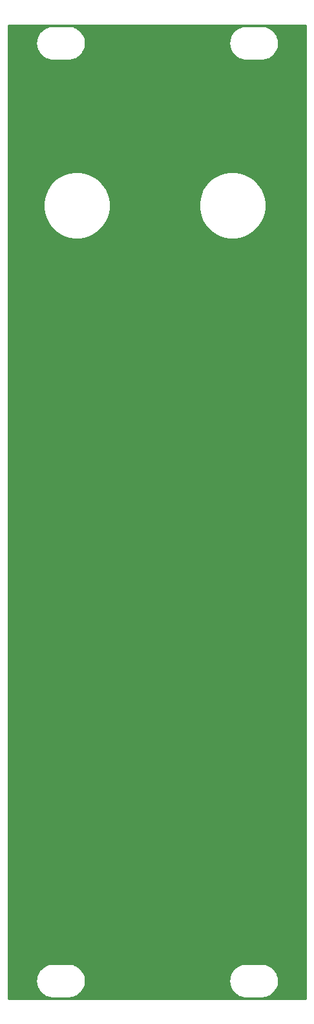
<source format=gbr>
G04 #@! TF.GenerationSoftware,KiCad,Pcbnew,(5.1.5-0)*
G04 #@! TF.CreationDate,2021-01-11T19:42:11-08:00*
G04 #@! TF.ProjectId,squidaxon,73717569-6461-4786-9f6e-2e6b69636164,rev?*
G04 #@! TF.SameCoordinates,Original*
G04 #@! TF.FileFunction,Copper,L2,Bot*
G04 #@! TF.FilePolarity,Positive*
%FSLAX46Y46*%
G04 Gerber Fmt 4.6, Leading zero omitted, Abs format (unit mm)*
G04 Created by KiCad (PCBNEW (5.1.5-0)) date 2021-01-11 19:42:11*
%MOMM*%
%LPD*%
G04 APERTURE LIST*
%ADD10C,6.100000*%
%ADD11C,0.254000*%
G04 APERTURE END LIST*
D10*
X35200000Y-98700000D03*
X5200000Y-83200000D03*
X35200000Y-83200000D03*
X25200000Y-83200000D03*
X15200000Y-83200000D03*
X5200000Y-98700000D03*
X25200000Y-98700000D03*
X15200000Y-98700000D03*
D11*
G36*
X39640001Y-127840000D02*
G01*
X660000Y-127840000D01*
X660000Y-125451353D01*
X4242755Y-125451353D01*
X4243173Y-125511171D01*
X4242755Y-125570988D01*
X4243655Y-125580160D01*
X4276296Y-125890715D01*
X4288320Y-125949291D01*
X4299532Y-126008070D01*
X4302196Y-126016892D01*
X4394535Y-126315192D01*
X4417715Y-126370335D01*
X4440124Y-126425800D01*
X4444451Y-126433937D01*
X4592972Y-126708621D01*
X4626417Y-126758205D01*
X4659177Y-126808268D01*
X4665001Y-126815409D01*
X4864047Y-127056013D01*
X4906482Y-127098154D01*
X4948346Y-127140903D01*
X4955446Y-127146777D01*
X5197435Y-127344138D01*
X5247259Y-127377241D01*
X5296615Y-127411036D01*
X5304721Y-127415419D01*
X5580435Y-127562019D01*
X5635704Y-127584799D01*
X5690724Y-127608381D01*
X5699527Y-127611105D01*
X5998465Y-127701359D01*
X6057138Y-127712976D01*
X6115655Y-127725415D01*
X6124820Y-127726378D01*
X6435594Y-127756850D01*
X6435598Y-127756850D01*
X6467581Y-127760000D01*
X8532419Y-127760000D01*
X8565986Y-127756694D01*
X8586744Y-127756694D01*
X8595909Y-127755731D01*
X8906228Y-127720923D01*
X8964731Y-127708487D01*
X9023419Y-127696867D01*
X9032222Y-127694142D01*
X9329870Y-127599723D01*
X9384792Y-127576183D01*
X9440159Y-127553363D01*
X9448265Y-127548979D01*
X9721904Y-127398544D01*
X9771217Y-127364779D01*
X9821088Y-127331645D01*
X9828188Y-127325770D01*
X10067397Y-127125049D01*
X10109241Y-127082320D01*
X10151694Y-127040162D01*
X10157519Y-127033020D01*
X10353185Y-126789660D01*
X10385938Y-126739608D01*
X10419391Y-126690013D01*
X10423714Y-126681881D01*
X10423717Y-126681877D01*
X10423719Y-126681873D01*
X10568388Y-126405146D01*
X10590785Y-126349711D01*
X10613978Y-126294539D01*
X10616641Y-126285717D01*
X10704807Y-125986156D01*
X10716007Y-125927440D01*
X10728045Y-125868798D01*
X10728944Y-125859627D01*
X10757245Y-125548647D01*
X10756827Y-125488830D01*
X10757088Y-125451353D01*
X29542755Y-125451353D01*
X29543173Y-125511171D01*
X29542755Y-125570988D01*
X29543655Y-125580160D01*
X29576296Y-125890715D01*
X29588320Y-125949291D01*
X29599532Y-126008070D01*
X29602196Y-126016892D01*
X29694535Y-126315192D01*
X29717715Y-126370335D01*
X29740124Y-126425800D01*
X29744451Y-126433937D01*
X29892972Y-126708621D01*
X29926417Y-126758205D01*
X29959177Y-126808268D01*
X29965001Y-126815409D01*
X30164047Y-127056013D01*
X30206482Y-127098154D01*
X30248346Y-127140903D01*
X30255446Y-127146777D01*
X30497435Y-127344138D01*
X30547259Y-127377241D01*
X30596615Y-127411036D01*
X30604721Y-127415419D01*
X30880435Y-127562019D01*
X30935704Y-127584799D01*
X30990724Y-127608381D01*
X30999527Y-127611105D01*
X31298465Y-127701359D01*
X31357138Y-127712976D01*
X31415655Y-127725415D01*
X31424820Y-127726378D01*
X31735594Y-127756850D01*
X31735598Y-127756850D01*
X31767581Y-127760000D01*
X33832419Y-127760000D01*
X33865986Y-127756694D01*
X33886744Y-127756694D01*
X33895909Y-127755731D01*
X34206228Y-127720923D01*
X34264731Y-127708487D01*
X34323419Y-127696867D01*
X34332222Y-127694142D01*
X34629870Y-127599723D01*
X34684792Y-127576183D01*
X34740159Y-127553363D01*
X34748265Y-127548979D01*
X35021904Y-127398544D01*
X35071217Y-127364779D01*
X35121088Y-127331645D01*
X35128188Y-127325770D01*
X35367397Y-127125049D01*
X35409241Y-127082320D01*
X35451694Y-127040162D01*
X35457519Y-127033020D01*
X35653185Y-126789660D01*
X35685938Y-126739608D01*
X35719391Y-126690013D01*
X35723714Y-126681881D01*
X35723717Y-126681877D01*
X35723719Y-126681873D01*
X35868388Y-126405146D01*
X35890785Y-126349711D01*
X35913978Y-126294539D01*
X35916641Y-126285717D01*
X36004807Y-125986156D01*
X36016007Y-125927440D01*
X36028045Y-125868798D01*
X36028944Y-125859627D01*
X36057245Y-125548647D01*
X36056827Y-125488829D01*
X36057245Y-125429012D01*
X36056345Y-125419841D01*
X36023704Y-125109285D01*
X36011680Y-125050709D01*
X36000468Y-124991930D01*
X35997804Y-124983108D01*
X35905465Y-124684808D01*
X35882280Y-124629653D01*
X35859876Y-124574200D01*
X35855549Y-124566064D01*
X35855549Y-124566063D01*
X35855546Y-124566059D01*
X35707028Y-124291379D01*
X35673583Y-124241795D01*
X35640823Y-124191732D01*
X35634999Y-124184591D01*
X35435954Y-123943987D01*
X35393535Y-123901863D01*
X35351655Y-123859097D01*
X35344554Y-123853223D01*
X35102565Y-123655862D01*
X35052741Y-123622759D01*
X35003385Y-123588964D01*
X34995279Y-123584581D01*
X34719566Y-123437981D01*
X34664269Y-123415189D01*
X34609275Y-123391619D01*
X34600472Y-123388895D01*
X34301535Y-123298641D01*
X34242862Y-123287024D01*
X34184345Y-123274585D01*
X34175180Y-123273622D01*
X33864405Y-123243150D01*
X33864402Y-123243150D01*
X33832419Y-123240000D01*
X31767581Y-123240000D01*
X31734014Y-123243306D01*
X31713256Y-123243306D01*
X31704091Y-123244269D01*
X31393771Y-123279077D01*
X31335298Y-123291506D01*
X31276581Y-123303132D01*
X31267778Y-123305858D01*
X30970130Y-123400277D01*
X30915147Y-123423843D01*
X30859841Y-123446638D01*
X30851735Y-123451021D01*
X30578095Y-123601456D01*
X30528748Y-123635245D01*
X30478913Y-123668355D01*
X30471812Y-123674229D01*
X30232603Y-123874951D01*
X30190759Y-123917681D01*
X30148305Y-123959839D01*
X30142481Y-123966980D01*
X29946814Y-124210340D01*
X29914055Y-124260400D01*
X29880609Y-124309986D01*
X29876283Y-124318123D01*
X29731612Y-124594854D01*
X29709215Y-124650289D01*
X29686022Y-124705461D01*
X29683359Y-124714283D01*
X29595193Y-125013844D01*
X29583993Y-125072560D01*
X29571955Y-125131202D01*
X29571056Y-125140373D01*
X29542755Y-125451353D01*
X10757088Y-125451353D01*
X10757245Y-125429012D01*
X10756345Y-125419841D01*
X10723704Y-125109285D01*
X10711680Y-125050709D01*
X10700468Y-124991930D01*
X10697804Y-124983108D01*
X10605465Y-124684808D01*
X10582280Y-124629653D01*
X10559876Y-124574200D01*
X10555549Y-124566064D01*
X10555549Y-124566063D01*
X10555546Y-124566059D01*
X10407028Y-124291379D01*
X10373583Y-124241795D01*
X10340823Y-124191732D01*
X10334999Y-124184591D01*
X10135954Y-123943987D01*
X10093535Y-123901863D01*
X10051655Y-123859097D01*
X10044554Y-123853223D01*
X9802565Y-123655862D01*
X9752741Y-123622759D01*
X9703385Y-123588964D01*
X9695279Y-123584581D01*
X9419566Y-123437981D01*
X9364269Y-123415189D01*
X9309275Y-123391619D01*
X9300472Y-123388895D01*
X9001535Y-123298641D01*
X8942862Y-123287024D01*
X8884345Y-123274585D01*
X8875180Y-123273622D01*
X8564405Y-123243150D01*
X8564402Y-123243150D01*
X8532419Y-123240000D01*
X6467581Y-123240000D01*
X6434014Y-123243306D01*
X6413256Y-123243306D01*
X6404091Y-123244269D01*
X6093771Y-123279077D01*
X6035298Y-123291506D01*
X5976581Y-123303132D01*
X5967778Y-123305858D01*
X5670130Y-123400277D01*
X5615147Y-123423843D01*
X5559841Y-123446638D01*
X5551735Y-123451021D01*
X5278095Y-123601456D01*
X5228748Y-123635245D01*
X5178913Y-123668355D01*
X5171812Y-123674229D01*
X4932603Y-123874951D01*
X4890759Y-123917681D01*
X4848305Y-123959839D01*
X4842481Y-123966980D01*
X4646814Y-124210340D01*
X4614055Y-124260400D01*
X4580609Y-124309986D01*
X4576283Y-124318123D01*
X4431612Y-124594854D01*
X4409215Y-124650289D01*
X4386022Y-124705461D01*
X4383359Y-124714283D01*
X4295193Y-125013844D01*
X4283993Y-125072560D01*
X4271955Y-125131202D01*
X4271056Y-125140373D01*
X4242755Y-125451353D01*
X660000Y-125451353D01*
X660000Y-23765784D01*
X5191332Y-23765784D01*
X5191332Y-24634216D01*
X5360754Y-25485961D01*
X5693089Y-26288288D01*
X6175564Y-27010362D01*
X6789638Y-27624436D01*
X7511712Y-28106911D01*
X8314039Y-28439246D01*
X9165784Y-28608668D01*
X10034216Y-28608668D01*
X10885961Y-28439246D01*
X11688288Y-28106911D01*
X12410362Y-27624436D01*
X13024436Y-27010362D01*
X13506911Y-26288288D01*
X13839246Y-25485961D01*
X14008668Y-24634216D01*
X14008668Y-23765784D01*
X25591332Y-23765784D01*
X25591332Y-24634216D01*
X25760754Y-25485961D01*
X26093089Y-26288288D01*
X26575564Y-27010362D01*
X27189638Y-27624436D01*
X27911712Y-28106911D01*
X28714039Y-28439246D01*
X29565784Y-28608668D01*
X30434216Y-28608668D01*
X31285961Y-28439246D01*
X32088288Y-28106911D01*
X32810362Y-27624436D01*
X33424436Y-27010362D01*
X33906911Y-26288288D01*
X34239246Y-25485961D01*
X34408668Y-24634216D01*
X34408668Y-23765784D01*
X34239246Y-22914039D01*
X33906911Y-22111712D01*
X33424436Y-21389638D01*
X32810362Y-20775564D01*
X32088288Y-20293089D01*
X31285961Y-19960754D01*
X30434216Y-19791332D01*
X29565784Y-19791332D01*
X28714039Y-19960754D01*
X27911712Y-20293089D01*
X27189638Y-20775564D01*
X26575564Y-21389638D01*
X26093089Y-22111712D01*
X25760754Y-22914039D01*
X25591332Y-23765784D01*
X14008668Y-23765784D01*
X13839246Y-22914039D01*
X13506911Y-22111712D01*
X13024436Y-21389638D01*
X12410362Y-20775564D01*
X11688288Y-20293089D01*
X10885961Y-19960754D01*
X10034216Y-19791332D01*
X9165784Y-19791332D01*
X8314039Y-19960754D01*
X7511712Y-20293089D01*
X6789638Y-20775564D01*
X6175564Y-21389638D01*
X5693089Y-22111712D01*
X5360754Y-22914039D01*
X5191332Y-23765784D01*
X660000Y-23765784D01*
X660000Y-2951353D01*
X4242755Y-2951353D01*
X4243173Y-3011171D01*
X4242755Y-3070988D01*
X4243655Y-3080160D01*
X4276296Y-3390715D01*
X4288320Y-3449291D01*
X4299532Y-3508070D01*
X4302196Y-3516892D01*
X4394535Y-3815192D01*
X4417715Y-3870335D01*
X4440124Y-3925800D01*
X4444451Y-3933937D01*
X4592972Y-4208621D01*
X4626417Y-4258205D01*
X4659177Y-4308268D01*
X4665001Y-4315409D01*
X4864047Y-4556013D01*
X4906482Y-4598154D01*
X4948346Y-4640903D01*
X4955446Y-4646777D01*
X5197435Y-4844138D01*
X5247259Y-4877241D01*
X5296615Y-4911036D01*
X5304721Y-4915419D01*
X5580435Y-5062019D01*
X5635704Y-5084799D01*
X5690724Y-5108381D01*
X5699527Y-5111105D01*
X5998465Y-5201359D01*
X6057138Y-5212976D01*
X6115655Y-5225415D01*
X6124820Y-5226378D01*
X6435594Y-5256850D01*
X6435598Y-5256850D01*
X6467581Y-5260000D01*
X8532419Y-5260000D01*
X8565986Y-5256694D01*
X8586744Y-5256694D01*
X8595909Y-5255731D01*
X8906228Y-5220923D01*
X8964731Y-5208487D01*
X9023419Y-5196867D01*
X9032222Y-5194142D01*
X9329870Y-5099723D01*
X9384792Y-5076183D01*
X9440159Y-5053363D01*
X9448265Y-5048979D01*
X9721904Y-4898544D01*
X9771217Y-4864779D01*
X9821088Y-4831645D01*
X9828188Y-4825770D01*
X10067397Y-4625049D01*
X10109241Y-4582320D01*
X10151694Y-4540162D01*
X10157519Y-4533020D01*
X10353185Y-4289660D01*
X10385938Y-4239608D01*
X10419391Y-4190013D01*
X10423714Y-4181881D01*
X10423717Y-4181877D01*
X10423719Y-4181873D01*
X10568388Y-3905146D01*
X10590785Y-3849711D01*
X10613978Y-3794539D01*
X10616641Y-3785717D01*
X10704807Y-3486156D01*
X10716007Y-3427440D01*
X10728045Y-3368798D01*
X10728944Y-3359627D01*
X10757245Y-3048647D01*
X10756827Y-2988830D01*
X10757088Y-2951353D01*
X29542755Y-2951353D01*
X29543173Y-3011171D01*
X29542755Y-3070988D01*
X29543655Y-3080160D01*
X29576296Y-3390715D01*
X29588320Y-3449291D01*
X29599532Y-3508070D01*
X29602196Y-3516892D01*
X29694535Y-3815192D01*
X29717715Y-3870335D01*
X29740124Y-3925800D01*
X29744451Y-3933937D01*
X29892972Y-4208621D01*
X29926417Y-4258205D01*
X29959177Y-4308268D01*
X29965001Y-4315409D01*
X30164047Y-4556013D01*
X30206482Y-4598154D01*
X30248346Y-4640903D01*
X30255446Y-4646777D01*
X30497435Y-4844138D01*
X30547259Y-4877241D01*
X30596615Y-4911036D01*
X30604721Y-4915419D01*
X30880435Y-5062019D01*
X30935704Y-5084799D01*
X30990724Y-5108381D01*
X30999527Y-5111105D01*
X31298465Y-5201359D01*
X31357138Y-5212976D01*
X31415655Y-5225415D01*
X31424820Y-5226378D01*
X31735594Y-5256850D01*
X31735598Y-5256850D01*
X31767581Y-5260000D01*
X33832419Y-5260000D01*
X33865986Y-5256694D01*
X33886744Y-5256694D01*
X33895909Y-5255731D01*
X34206228Y-5220923D01*
X34264731Y-5208487D01*
X34323419Y-5196867D01*
X34332222Y-5194142D01*
X34629870Y-5099723D01*
X34684792Y-5076183D01*
X34740159Y-5053363D01*
X34748265Y-5048979D01*
X35021904Y-4898544D01*
X35071217Y-4864779D01*
X35121088Y-4831645D01*
X35128188Y-4825770D01*
X35367397Y-4625049D01*
X35409241Y-4582320D01*
X35451694Y-4540162D01*
X35457519Y-4533020D01*
X35653185Y-4289660D01*
X35685938Y-4239608D01*
X35719391Y-4190013D01*
X35723714Y-4181881D01*
X35723717Y-4181877D01*
X35723719Y-4181873D01*
X35868388Y-3905146D01*
X35890785Y-3849711D01*
X35913978Y-3794539D01*
X35916641Y-3785717D01*
X36004807Y-3486156D01*
X36016007Y-3427440D01*
X36028045Y-3368798D01*
X36028944Y-3359627D01*
X36057245Y-3048647D01*
X36056827Y-2988829D01*
X36057245Y-2929012D01*
X36056345Y-2919841D01*
X36023704Y-2609285D01*
X36011680Y-2550709D01*
X36000468Y-2491930D01*
X35997804Y-2483108D01*
X35905465Y-2184808D01*
X35882280Y-2129653D01*
X35859876Y-2074200D01*
X35855549Y-2066064D01*
X35855549Y-2066063D01*
X35855546Y-2066059D01*
X35707028Y-1791379D01*
X35673583Y-1741795D01*
X35640823Y-1691732D01*
X35634999Y-1684591D01*
X35435954Y-1443987D01*
X35393535Y-1401863D01*
X35351655Y-1359097D01*
X35344554Y-1353223D01*
X35102565Y-1155862D01*
X35052741Y-1122759D01*
X35003385Y-1088964D01*
X34995279Y-1084581D01*
X34719566Y-937981D01*
X34664269Y-915189D01*
X34609275Y-891619D01*
X34600472Y-888895D01*
X34301535Y-798641D01*
X34242862Y-787024D01*
X34184345Y-774585D01*
X34175180Y-773622D01*
X33864405Y-743150D01*
X33864402Y-743150D01*
X33832419Y-740000D01*
X31767581Y-740000D01*
X31734014Y-743306D01*
X31713256Y-743306D01*
X31704091Y-744269D01*
X31393771Y-779077D01*
X31335298Y-791506D01*
X31276581Y-803132D01*
X31267778Y-805858D01*
X30970130Y-900277D01*
X30915147Y-923843D01*
X30859841Y-946638D01*
X30851735Y-951021D01*
X30578095Y-1101456D01*
X30528748Y-1135245D01*
X30478913Y-1168355D01*
X30471812Y-1174229D01*
X30232603Y-1374951D01*
X30190759Y-1417681D01*
X30148305Y-1459839D01*
X30142481Y-1466980D01*
X29946814Y-1710340D01*
X29914055Y-1760400D01*
X29880609Y-1809986D01*
X29876283Y-1818123D01*
X29731612Y-2094854D01*
X29709215Y-2150289D01*
X29686022Y-2205461D01*
X29683359Y-2214283D01*
X29595193Y-2513844D01*
X29583993Y-2572560D01*
X29571955Y-2631202D01*
X29571056Y-2640373D01*
X29542755Y-2951353D01*
X10757088Y-2951353D01*
X10757245Y-2929012D01*
X10756345Y-2919841D01*
X10723704Y-2609285D01*
X10711680Y-2550709D01*
X10700468Y-2491930D01*
X10697804Y-2483108D01*
X10605465Y-2184808D01*
X10582280Y-2129653D01*
X10559876Y-2074200D01*
X10555549Y-2066064D01*
X10555549Y-2066063D01*
X10555546Y-2066059D01*
X10407028Y-1791379D01*
X10373583Y-1741795D01*
X10340823Y-1691732D01*
X10334999Y-1684591D01*
X10135954Y-1443987D01*
X10093535Y-1401863D01*
X10051655Y-1359097D01*
X10044554Y-1353223D01*
X9802565Y-1155862D01*
X9752741Y-1122759D01*
X9703385Y-1088964D01*
X9695279Y-1084581D01*
X9419566Y-937981D01*
X9364269Y-915189D01*
X9309275Y-891619D01*
X9300472Y-888895D01*
X9001535Y-798641D01*
X8942862Y-787024D01*
X8884345Y-774585D01*
X8875180Y-773622D01*
X8564405Y-743150D01*
X8564402Y-743150D01*
X8532419Y-740000D01*
X6467581Y-740000D01*
X6434014Y-743306D01*
X6413256Y-743306D01*
X6404091Y-744269D01*
X6093771Y-779077D01*
X6035298Y-791506D01*
X5976581Y-803132D01*
X5967778Y-805858D01*
X5670130Y-900277D01*
X5615147Y-923843D01*
X5559841Y-946638D01*
X5551735Y-951021D01*
X5278095Y-1101456D01*
X5228748Y-1135245D01*
X5178913Y-1168355D01*
X5171812Y-1174229D01*
X4932603Y-1374951D01*
X4890759Y-1417681D01*
X4848305Y-1459839D01*
X4842481Y-1466980D01*
X4646814Y-1710340D01*
X4614055Y-1760400D01*
X4580609Y-1809986D01*
X4576283Y-1818123D01*
X4431612Y-2094854D01*
X4409215Y-2150289D01*
X4386022Y-2205461D01*
X4383359Y-2214283D01*
X4295193Y-2513844D01*
X4283993Y-2572560D01*
X4271955Y-2631202D01*
X4271056Y-2640373D01*
X4242755Y-2951353D01*
X660000Y-2951353D01*
X660000Y-660000D01*
X39640000Y-660000D01*
X39640001Y-127840000D01*
G37*
X39640001Y-127840000D02*
X660000Y-127840000D01*
X660000Y-125451353D01*
X4242755Y-125451353D01*
X4243173Y-125511171D01*
X4242755Y-125570988D01*
X4243655Y-125580160D01*
X4276296Y-125890715D01*
X4288320Y-125949291D01*
X4299532Y-126008070D01*
X4302196Y-126016892D01*
X4394535Y-126315192D01*
X4417715Y-126370335D01*
X4440124Y-126425800D01*
X4444451Y-126433937D01*
X4592972Y-126708621D01*
X4626417Y-126758205D01*
X4659177Y-126808268D01*
X4665001Y-126815409D01*
X4864047Y-127056013D01*
X4906482Y-127098154D01*
X4948346Y-127140903D01*
X4955446Y-127146777D01*
X5197435Y-127344138D01*
X5247259Y-127377241D01*
X5296615Y-127411036D01*
X5304721Y-127415419D01*
X5580435Y-127562019D01*
X5635704Y-127584799D01*
X5690724Y-127608381D01*
X5699527Y-127611105D01*
X5998465Y-127701359D01*
X6057138Y-127712976D01*
X6115655Y-127725415D01*
X6124820Y-127726378D01*
X6435594Y-127756850D01*
X6435598Y-127756850D01*
X6467581Y-127760000D01*
X8532419Y-127760000D01*
X8565986Y-127756694D01*
X8586744Y-127756694D01*
X8595909Y-127755731D01*
X8906228Y-127720923D01*
X8964731Y-127708487D01*
X9023419Y-127696867D01*
X9032222Y-127694142D01*
X9329870Y-127599723D01*
X9384792Y-127576183D01*
X9440159Y-127553363D01*
X9448265Y-127548979D01*
X9721904Y-127398544D01*
X9771217Y-127364779D01*
X9821088Y-127331645D01*
X9828188Y-127325770D01*
X10067397Y-127125049D01*
X10109241Y-127082320D01*
X10151694Y-127040162D01*
X10157519Y-127033020D01*
X10353185Y-126789660D01*
X10385938Y-126739608D01*
X10419391Y-126690013D01*
X10423714Y-126681881D01*
X10423717Y-126681877D01*
X10423719Y-126681873D01*
X10568388Y-126405146D01*
X10590785Y-126349711D01*
X10613978Y-126294539D01*
X10616641Y-126285717D01*
X10704807Y-125986156D01*
X10716007Y-125927440D01*
X10728045Y-125868798D01*
X10728944Y-125859627D01*
X10757245Y-125548647D01*
X10756827Y-125488830D01*
X10757088Y-125451353D01*
X29542755Y-125451353D01*
X29543173Y-125511171D01*
X29542755Y-125570988D01*
X29543655Y-125580160D01*
X29576296Y-125890715D01*
X29588320Y-125949291D01*
X29599532Y-126008070D01*
X29602196Y-126016892D01*
X29694535Y-126315192D01*
X29717715Y-126370335D01*
X29740124Y-126425800D01*
X29744451Y-126433937D01*
X29892972Y-126708621D01*
X29926417Y-126758205D01*
X29959177Y-126808268D01*
X29965001Y-126815409D01*
X30164047Y-127056013D01*
X30206482Y-127098154D01*
X30248346Y-127140903D01*
X30255446Y-127146777D01*
X30497435Y-127344138D01*
X30547259Y-127377241D01*
X30596615Y-127411036D01*
X30604721Y-127415419D01*
X30880435Y-127562019D01*
X30935704Y-127584799D01*
X30990724Y-127608381D01*
X30999527Y-127611105D01*
X31298465Y-127701359D01*
X31357138Y-127712976D01*
X31415655Y-127725415D01*
X31424820Y-127726378D01*
X31735594Y-127756850D01*
X31735598Y-127756850D01*
X31767581Y-127760000D01*
X33832419Y-127760000D01*
X33865986Y-127756694D01*
X33886744Y-127756694D01*
X33895909Y-127755731D01*
X34206228Y-127720923D01*
X34264731Y-127708487D01*
X34323419Y-127696867D01*
X34332222Y-127694142D01*
X34629870Y-127599723D01*
X34684792Y-127576183D01*
X34740159Y-127553363D01*
X34748265Y-127548979D01*
X35021904Y-127398544D01*
X35071217Y-127364779D01*
X35121088Y-127331645D01*
X35128188Y-127325770D01*
X35367397Y-127125049D01*
X35409241Y-127082320D01*
X35451694Y-127040162D01*
X35457519Y-127033020D01*
X35653185Y-126789660D01*
X35685938Y-126739608D01*
X35719391Y-126690013D01*
X35723714Y-126681881D01*
X35723717Y-126681877D01*
X35723719Y-126681873D01*
X35868388Y-126405146D01*
X35890785Y-126349711D01*
X35913978Y-126294539D01*
X35916641Y-126285717D01*
X36004807Y-125986156D01*
X36016007Y-125927440D01*
X36028045Y-125868798D01*
X36028944Y-125859627D01*
X36057245Y-125548647D01*
X36056827Y-125488829D01*
X36057245Y-125429012D01*
X36056345Y-125419841D01*
X36023704Y-125109285D01*
X36011680Y-125050709D01*
X36000468Y-124991930D01*
X35997804Y-124983108D01*
X35905465Y-124684808D01*
X35882280Y-124629653D01*
X35859876Y-124574200D01*
X35855549Y-124566064D01*
X35855549Y-124566063D01*
X35855546Y-124566059D01*
X35707028Y-124291379D01*
X35673583Y-124241795D01*
X35640823Y-124191732D01*
X35634999Y-124184591D01*
X35435954Y-123943987D01*
X35393535Y-123901863D01*
X35351655Y-123859097D01*
X35344554Y-123853223D01*
X35102565Y-123655862D01*
X35052741Y-123622759D01*
X35003385Y-123588964D01*
X34995279Y-123584581D01*
X34719566Y-123437981D01*
X34664269Y-123415189D01*
X34609275Y-123391619D01*
X34600472Y-123388895D01*
X34301535Y-123298641D01*
X34242862Y-123287024D01*
X34184345Y-123274585D01*
X34175180Y-123273622D01*
X33864405Y-123243150D01*
X33864402Y-123243150D01*
X33832419Y-123240000D01*
X31767581Y-123240000D01*
X31734014Y-123243306D01*
X31713256Y-123243306D01*
X31704091Y-123244269D01*
X31393771Y-123279077D01*
X31335298Y-123291506D01*
X31276581Y-123303132D01*
X31267778Y-123305858D01*
X30970130Y-123400277D01*
X30915147Y-123423843D01*
X30859841Y-123446638D01*
X30851735Y-123451021D01*
X30578095Y-123601456D01*
X30528748Y-123635245D01*
X30478913Y-123668355D01*
X30471812Y-123674229D01*
X30232603Y-123874951D01*
X30190759Y-123917681D01*
X30148305Y-123959839D01*
X30142481Y-123966980D01*
X29946814Y-124210340D01*
X29914055Y-124260400D01*
X29880609Y-124309986D01*
X29876283Y-124318123D01*
X29731612Y-124594854D01*
X29709215Y-124650289D01*
X29686022Y-124705461D01*
X29683359Y-124714283D01*
X29595193Y-125013844D01*
X29583993Y-125072560D01*
X29571955Y-125131202D01*
X29571056Y-125140373D01*
X29542755Y-125451353D01*
X10757088Y-125451353D01*
X10757245Y-125429012D01*
X10756345Y-125419841D01*
X10723704Y-125109285D01*
X10711680Y-125050709D01*
X10700468Y-124991930D01*
X10697804Y-124983108D01*
X10605465Y-124684808D01*
X10582280Y-124629653D01*
X10559876Y-124574200D01*
X10555549Y-124566064D01*
X10555549Y-124566063D01*
X10555546Y-124566059D01*
X10407028Y-124291379D01*
X10373583Y-124241795D01*
X10340823Y-124191732D01*
X10334999Y-124184591D01*
X10135954Y-123943987D01*
X10093535Y-123901863D01*
X10051655Y-123859097D01*
X10044554Y-123853223D01*
X9802565Y-123655862D01*
X9752741Y-123622759D01*
X9703385Y-123588964D01*
X9695279Y-123584581D01*
X9419566Y-123437981D01*
X9364269Y-123415189D01*
X9309275Y-123391619D01*
X9300472Y-123388895D01*
X9001535Y-123298641D01*
X8942862Y-123287024D01*
X8884345Y-123274585D01*
X8875180Y-123273622D01*
X8564405Y-123243150D01*
X8564402Y-123243150D01*
X8532419Y-123240000D01*
X6467581Y-123240000D01*
X6434014Y-123243306D01*
X6413256Y-123243306D01*
X6404091Y-123244269D01*
X6093771Y-123279077D01*
X6035298Y-123291506D01*
X5976581Y-123303132D01*
X5967778Y-123305858D01*
X5670130Y-123400277D01*
X5615147Y-123423843D01*
X5559841Y-123446638D01*
X5551735Y-123451021D01*
X5278095Y-123601456D01*
X5228748Y-123635245D01*
X5178913Y-123668355D01*
X5171812Y-123674229D01*
X4932603Y-123874951D01*
X4890759Y-123917681D01*
X4848305Y-123959839D01*
X4842481Y-123966980D01*
X4646814Y-124210340D01*
X4614055Y-124260400D01*
X4580609Y-124309986D01*
X4576283Y-124318123D01*
X4431612Y-124594854D01*
X4409215Y-124650289D01*
X4386022Y-124705461D01*
X4383359Y-124714283D01*
X4295193Y-125013844D01*
X4283993Y-125072560D01*
X4271955Y-125131202D01*
X4271056Y-125140373D01*
X4242755Y-125451353D01*
X660000Y-125451353D01*
X660000Y-23765784D01*
X5191332Y-23765784D01*
X5191332Y-24634216D01*
X5360754Y-25485961D01*
X5693089Y-26288288D01*
X6175564Y-27010362D01*
X6789638Y-27624436D01*
X7511712Y-28106911D01*
X8314039Y-28439246D01*
X9165784Y-28608668D01*
X10034216Y-28608668D01*
X10885961Y-28439246D01*
X11688288Y-28106911D01*
X12410362Y-27624436D01*
X13024436Y-27010362D01*
X13506911Y-26288288D01*
X13839246Y-25485961D01*
X14008668Y-24634216D01*
X14008668Y-23765784D01*
X25591332Y-23765784D01*
X25591332Y-24634216D01*
X25760754Y-25485961D01*
X26093089Y-26288288D01*
X26575564Y-27010362D01*
X27189638Y-27624436D01*
X27911712Y-28106911D01*
X28714039Y-28439246D01*
X29565784Y-28608668D01*
X30434216Y-28608668D01*
X31285961Y-28439246D01*
X32088288Y-28106911D01*
X32810362Y-27624436D01*
X33424436Y-27010362D01*
X33906911Y-26288288D01*
X34239246Y-25485961D01*
X34408668Y-24634216D01*
X34408668Y-23765784D01*
X34239246Y-22914039D01*
X33906911Y-22111712D01*
X33424436Y-21389638D01*
X32810362Y-20775564D01*
X32088288Y-20293089D01*
X31285961Y-19960754D01*
X30434216Y-19791332D01*
X29565784Y-19791332D01*
X28714039Y-19960754D01*
X27911712Y-20293089D01*
X27189638Y-20775564D01*
X26575564Y-21389638D01*
X26093089Y-22111712D01*
X25760754Y-22914039D01*
X25591332Y-23765784D01*
X14008668Y-23765784D01*
X13839246Y-22914039D01*
X13506911Y-22111712D01*
X13024436Y-21389638D01*
X12410362Y-20775564D01*
X11688288Y-20293089D01*
X10885961Y-19960754D01*
X10034216Y-19791332D01*
X9165784Y-19791332D01*
X8314039Y-19960754D01*
X7511712Y-20293089D01*
X6789638Y-20775564D01*
X6175564Y-21389638D01*
X5693089Y-22111712D01*
X5360754Y-22914039D01*
X5191332Y-23765784D01*
X660000Y-23765784D01*
X660000Y-2951353D01*
X4242755Y-2951353D01*
X4243173Y-3011171D01*
X4242755Y-3070988D01*
X4243655Y-3080160D01*
X4276296Y-3390715D01*
X4288320Y-3449291D01*
X4299532Y-3508070D01*
X4302196Y-3516892D01*
X4394535Y-3815192D01*
X4417715Y-3870335D01*
X4440124Y-3925800D01*
X4444451Y-3933937D01*
X4592972Y-4208621D01*
X4626417Y-4258205D01*
X4659177Y-4308268D01*
X4665001Y-4315409D01*
X4864047Y-4556013D01*
X4906482Y-4598154D01*
X4948346Y-4640903D01*
X4955446Y-4646777D01*
X5197435Y-4844138D01*
X5247259Y-4877241D01*
X5296615Y-4911036D01*
X5304721Y-4915419D01*
X5580435Y-5062019D01*
X5635704Y-5084799D01*
X5690724Y-5108381D01*
X5699527Y-5111105D01*
X5998465Y-5201359D01*
X6057138Y-5212976D01*
X6115655Y-5225415D01*
X6124820Y-5226378D01*
X6435594Y-5256850D01*
X6435598Y-5256850D01*
X6467581Y-5260000D01*
X8532419Y-5260000D01*
X8565986Y-5256694D01*
X8586744Y-5256694D01*
X8595909Y-5255731D01*
X8906228Y-5220923D01*
X8964731Y-5208487D01*
X9023419Y-5196867D01*
X9032222Y-5194142D01*
X9329870Y-5099723D01*
X9384792Y-5076183D01*
X9440159Y-5053363D01*
X9448265Y-5048979D01*
X9721904Y-4898544D01*
X9771217Y-4864779D01*
X9821088Y-4831645D01*
X9828188Y-4825770D01*
X10067397Y-4625049D01*
X10109241Y-4582320D01*
X10151694Y-4540162D01*
X10157519Y-4533020D01*
X10353185Y-4289660D01*
X10385938Y-4239608D01*
X10419391Y-4190013D01*
X10423714Y-4181881D01*
X10423717Y-4181877D01*
X10423719Y-4181873D01*
X10568388Y-3905146D01*
X10590785Y-3849711D01*
X10613978Y-3794539D01*
X10616641Y-3785717D01*
X10704807Y-3486156D01*
X10716007Y-3427440D01*
X10728045Y-3368798D01*
X10728944Y-3359627D01*
X10757245Y-3048647D01*
X10756827Y-2988830D01*
X10757088Y-2951353D01*
X29542755Y-2951353D01*
X29543173Y-3011171D01*
X29542755Y-3070988D01*
X29543655Y-3080160D01*
X29576296Y-3390715D01*
X29588320Y-3449291D01*
X29599532Y-3508070D01*
X29602196Y-3516892D01*
X29694535Y-3815192D01*
X29717715Y-3870335D01*
X29740124Y-3925800D01*
X29744451Y-3933937D01*
X29892972Y-4208621D01*
X29926417Y-4258205D01*
X29959177Y-4308268D01*
X29965001Y-4315409D01*
X30164047Y-4556013D01*
X30206482Y-4598154D01*
X30248346Y-4640903D01*
X30255446Y-4646777D01*
X30497435Y-4844138D01*
X30547259Y-4877241D01*
X30596615Y-4911036D01*
X30604721Y-4915419D01*
X30880435Y-5062019D01*
X30935704Y-5084799D01*
X30990724Y-5108381D01*
X30999527Y-5111105D01*
X31298465Y-5201359D01*
X31357138Y-5212976D01*
X31415655Y-5225415D01*
X31424820Y-5226378D01*
X31735594Y-5256850D01*
X31735598Y-5256850D01*
X31767581Y-5260000D01*
X33832419Y-5260000D01*
X33865986Y-5256694D01*
X33886744Y-5256694D01*
X33895909Y-5255731D01*
X34206228Y-5220923D01*
X34264731Y-5208487D01*
X34323419Y-5196867D01*
X34332222Y-5194142D01*
X34629870Y-5099723D01*
X34684792Y-5076183D01*
X34740159Y-5053363D01*
X34748265Y-5048979D01*
X35021904Y-4898544D01*
X35071217Y-4864779D01*
X35121088Y-4831645D01*
X35128188Y-4825770D01*
X35367397Y-4625049D01*
X35409241Y-4582320D01*
X35451694Y-4540162D01*
X35457519Y-4533020D01*
X35653185Y-4289660D01*
X35685938Y-4239608D01*
X35719391Y-4190013D01*
X35723714Y-4181881D01*
X35723717Y-4181877D01*
X35723719Y-4181873D01*
X35868388Y-3905146D01*
X35890785Y-3849711D01*
X35913978Y-3794539D01*
X35916641Y-3785717D01*
X36004807Y-3486156D01*
X36016007Y-3427440D01*
X36028045Y-3368798D01*
X36028944Y-3359627D01*
X36057245Y-3048647D01*
X36056827Y-2988829D01*
X36057245Y-2929012D01*
X36056345Y-2919841D01*
X36023704Y-2609285D01*
X36011680Y-2550709D01*
X36000468Y-2491930D01*
X35997804Y-2483108D01*
X35905465Y-2184808D01*
X35882280Y-2129653D01*
X35859876Y-2074200D01*
X35855549Y-2066064D01*
X35855549Y-2066063D01*
X35855546Y-2066059D01*
X35707028Y-1791379D01*
X35673583Y-1741795D01*
X35640823Y-1691732D01*
X35634999Y-1684591D01*
X35435954Y-1443987D01*
X35393535Y-1401863D01*
X35351655Y-1359097D01*
X35344554Y-1353223D01*
X35102565Y-1155862D01*
X35052741Y-1122759D01*
X35003385Y-1088964D01*
X34995279Y-1084581D01*
X34719566Y-937981D01*
X34664269Y-915189D01*
X34609275Y-891619D01*
X34600472Y-888895D01*
X34301535Y-798641D01*
X34242862Y-787024D01*
X34184345Y-774585D01*
X34175180Y-773622D01*
X33864405Y-743150D01*
X33864402Y-743150D01*
X33832419Y-740000D01*
X31767581Y-740000D01*
X31734014Y-743306D01*
X31713256Y-743306D01*
X31704091Y-744269D01*
X31393771Y-779077D01*
X31335298Y-791506D01*
X31276581Y-803132D01*
X31267778Y-805858D01*
X30970130Y-900277D01*
X30915147Y-923843D01*
X30859841Y-946638D01*
X30851735Y-951021D01*
X30578095Y-1101456D01*
X30528748Y-1135245D01*
X30478913Y-1168355D01*
X30471812Y-1174229D01*
X30232603Y-1374951D01*
X30190759Y-1417681D01*
X30148305Y-1459839D01*
X30142481Y-1466980D01*
X29946814Y-1710340D01*
X29914055Y-1760400D01*
X29880609Y-1809986D01*
X29876283Y-1818123D01*
X29731612Y-2094854D01*
X29709215Y-2150289D01*
X29686022Y-2205461D01*
X29683359Y-2214283D01*
X29595193Y-2513844D01*
X29583993Y-2572560D01*
X29571955Y-2631202D01*
X29571056Y-2640373D01*
X29542755Y-2951353D01*
X10757088Y-2951353D01*
X10757245Y-2929012D01*
X10756345Y-2919841D01*
X10723704Y-2609285D01*
X10711680Y-2550709D01*
X10700468Y-2491930D01*
X10697804Y-2483108D01*
X10605465Y-2184808D01*
X10582280Y-2129653D01*
X10559876Y-2074200D01*
X10555549Y-2066064D01*
X10555549Y-2066063D01*
X10555546Y-2066059D01*
X10407028Y-1791379D01*
X10373583Y-1741795D01*
X10340823Y-1691732D01*
X10334999Y-1684591D01*
X10135954Y-1443987D01*
X10093535Y-1401863D01*
X10051655Y-1359097D01*
X10044554Y-1353223D01*
X9802565Y-1155862D01*
X9752741Y-1122759D01*
X9703385Y-1088964D01*
X9695279Y-1084581D01*
X9419566Y-937981D01*
X9364269Y-915189D01*
X9309275Y-891619D01*
X9300472Y-888895D01*
X9001535Y-798641D01*
X8942862Y-787024D01*
X8884345Y-774585D01*
X8875180Y-773622D01*
X8564405Y-743150D01*
X8564402Y-743150D01*
X8532419Y-740000D01*
X6467581Y-740000D01*
X6434014Y-743306D01*
X6413256Y-743306D01*
X6404091Y-744269D01*
X6093771Y-779077D01*
X6035298Y-791506D01*
X5976581Y-803132D01*
X5967778Y-805858D01*
X5670130Y-900277D01*
X5615147Y-923843D01*
X5559841Y-946638D01*
X5551735Y-951021D01*
X5278095Y-1101456D01*
X5228748Y-1135245D01*
X5178913Y-1168355D01*
X5171812Y-1174229D01*
X4932603Y-1374951D01*
X4890759Y-1417681D01*
X4848305Y-1459839D01*
X4842481Y-1466980D01*
X4646814Y-1710340D01*
X4614055Y-1760400D01*
X4580609Y-1809986D01*
X4576283Y-1818123D01*
X4431612Y-2094854D01*
X4409215Y-2150289D01*
X4386022Y-2205461D01*
X4383359Y-2214283D01*
X4295193Y-2513844D01*
X4283993Y-2572560D01*
X4271955Y-2631202D01*
X4271056Y-2640373D01*
X4242755Y-2951353D01*
X660000Y-2951353D01*
X660000Y-660000D01*
X39640000Y-660000D01*
X39640001Y-127840000D01*
M02*

</source>
